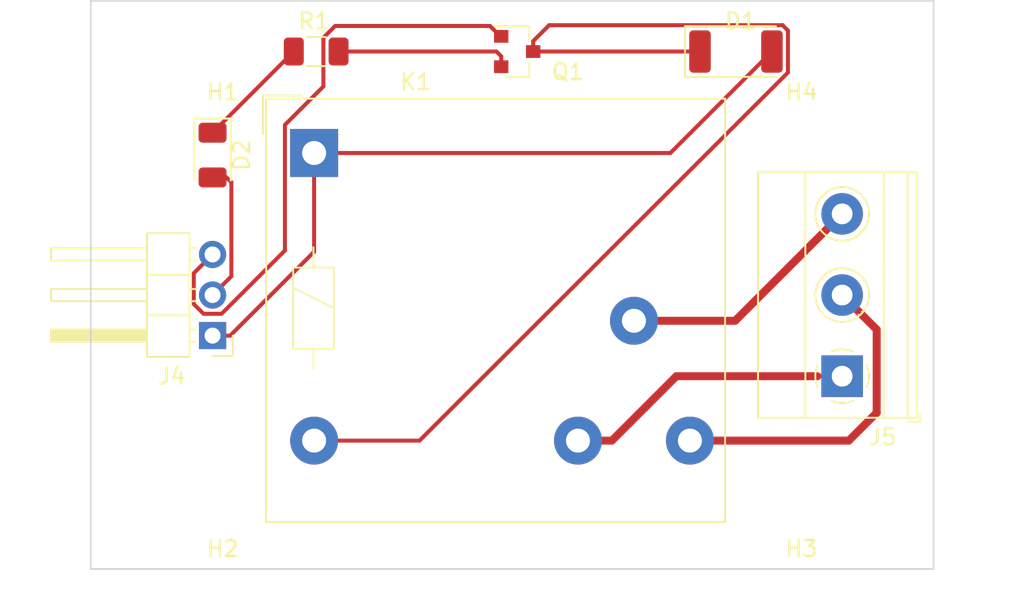
<source format=kicad_pcb>
(kicad_pcb (version 20171130) (host pcbnew 5.1.5+dfsg1-2build2)

  (general
    (thickness 1.6)
    (drawings 4)
    (tracks 45)
    (zones 0)
    (modules 11)
    (nets 10)
  )

  (page A4)
  (layers
    (0 F.Cu signal)
    (31 B.Cu signal)
    (32 B.Adhes user)
    (33 F.Adhes user)
    (34 B.Paste user)
    (35 F.Paste user)
    (36 B.SilkS user)
    (37 F.SilkS user)
    (38 B.Mask user)
    (39 F.Mask user)
    (40 Dwgs.User user)
    (41 Cmts.User user)
    (42 Eco1.User user)
    (43 Eco2.User user)
    (44 Edge.Cuts user)
    (45 Margin user)
    (46 B.CrtYd user)
    (47 F.CrtYd user)
    (48 B.Fab user)
    (49 F.Fab user)
  )

  (setup
    (last_trace_width 0.25)
    (trace_clearance 0.2)
    (zone_clearance 0.508)
    (zone_45_only no)
    (trace_min 0.2)
    (via_size 0.8)
    (via_drill 0.4)
    (via_min_size 0.4)
    (via_min_drill 0.3)
    (uvia_size 0.3)
    (uvia_drill 0.1)
    (uvias_allowed no)
    (uvia_min_size 0.2)
    (uvia_min_drill 0.1)
    (edge_width 0.1)
    (segment_width 0.2)
    (pcb_text_width 0.3)
    (pcb_text_size 1.5 1.5)
    (mod_edge_width 0.15)
    (mod_text_size 1 1)
    (mod_text_width 0.15)
    (pad_size 1.524 1.524)
    (pad_drill 0.762)
    (pad_to_mask_clearance 0)
    (aux_axis_origin 0 0)
    (visible_elements FFFFFF7F)
    (pcbplotparams
      (layerselection 0x010fc_ffffffff)
      (usegerberextensions false)
      (usegerberattributes false)
      (usegerberadvancedattributes false)
      (creategerberjobfile false)
      (excludeedgelayer true)
      (linewidth 0.100000)
      (plotframeref false)
      (viasonmask false)
      (mode 1)
      (useauxorigin false)
      (hpglpennumber 1)
      (hpglpenspeed 20)
      (hpglpendiameter 15.000000)
      (psnegative false)
      (psa4output false)
      (plotreference true)
      (plotvalue true)
      (plotinvisibletext false)
      (padsonsilk false)
      (subtractmaskfromsilk false)
      (outputformat 1)
      (mirror false)
      (drillshape 1)
      (scaleselection 1)
      (outputdirectory ""))
  )

  (net 0 "")
  (net 1 "Net-(D1-Pad2)")
  (net 2 "Net-(D1-Pad1)")
  (net 3 "Net-(D2-Pad2)")
  (net 4 "Net-(D2-Pad1)")
  (net 5 "Net-(J4-Pad3)")
  (net 6 "Net-(J5-Pad3)")
  (net 7 "Net-(J5-Pad2)")
  (net 8 "Net-(J5-Pad1)")
  (net 9 "Net-(Q1-Pad2)")

  (net_class Default "This is the default net class."
    (clearance 0.2)
    (trace_width 0.25)
    (via_dia 0.8)
    (via_drill 0.4)
    (uvia_dia 0.3)
    (uvia_drill 0.1)
    (add_net "Net-(D1-Pad1)")
    (add_net "Net-(D1-Pad2)")
    (add_net "Net-(D2-Pad1)")
    (add_net "Net-(D2-Pad2)")
    (add_net "Net-(J4-Pad3)")
    (add_net "Net-(Q1-Pad2)")
  )

  (net_class Power ""
    (clearance 0.4)
    (trace_width 0.5)
    (via_dia 1.6)
    (via_drill 0.8)
    (uvia_dia 0.6)
    (uvia_drill 0.2)
    (diff_pair_width 0.4)
    (diff_pair_gap 0.5)
    (add_net "Net-(J5-Pad1)")
    (add_net "Net-(J5-Pad2)")
    (add_net "Net-(J5-Pad3)")
  )

  (module MountingHole:MountingHole_3.2mm_M3 (layer F.Cu) (tedit 56D1B4CB) (tstamp 62D500CE)
    (at 125.095 99.695)
    (descr "Mounting Hole 3.2mm, no annular, M3")
    (tags "mounting hole 3.2mm no annular m3")
    (attr virtual)
    (fp_text reference H2 (at 4.445 2.54) (layer F.SilkS)
      (effects (font (size 1 1) (thickness 0.15)))
    )
    (fp_text value MountingHole_3.2mm_M3 (at 0 5.715) (layer F.Fab)
      (effects (font (size 1 1) (thickness 0.15)))
    )
    (fp_text user %R (at 0.3 0) (layer F.Fab)
      (effects (font (size 1 1) (thickness 0.15)))
    )
    (fp_circle (center 0 0) (end 3.2 0) (layer Cmts.User) (width 0.15))
    (fp_circle (center 0 0) (end 3.45 0) (layer F.CrtYd) (width 0.05))
    (pad 1 np_thru_hole circle (at 0 0) (size 3.2 3.2) (drill 3.2) (layers *.Cu *.Mask))
  )

  (module MountingHole:MountingHole_3.2mm_M3 (layer F.Cu) (tedit 56D1B4CB) (tstamp 62D50CFA)
    (at 170.18 99.695)
    (descr "Mounting Hole 3.2mm, no annular, M3")
    (tags "mounting hole 3.2mm no annular m3")
    (attr virtual)
    (fp_text reference H3 (at -4.445 2.54) (layer F.SilkS)
      (effects (font (size 1 1) (thickness 0.15)))
    )
    (fp_text value MountingHole_3.2mm_M3 (at 0 5.715) (layer F.Fab)
      (effects (font (size 1 1) (thickness 0.15)))
    )
    (fp_circle (center 0 0) (end 3.45 0) (layer F.CrtYd) (width 0.05))
    (fp_circle (center 0 0) (end 3.2 0) (layer Cmts.User) (width 0.15))
    (fp_text user %R (at 0.3 0) (layer F.Fab)
      (effects (font (size 1 1) (thickness 0.15)))
    )
    (pad 1 np_thru_hole circle (at 0 0) (size 3.2 3.2) (drill 3.2) (layers *.Cu *.Mask))
  )

  (module MountingHole:MountingHole_3.2mm_M3 (layer F.Cu) (tedit 56D1B4CB) (tstamp 62D500B2)
    (at 125.095 71.755)
    (descr "Mounting Hole 3.2mm, no annular, M3")
    (tags "mounting hole 3.2mm no annular m3")
    (attr virtual)
    (fp_text reference H1 (at 4.445 1.905) (layer F.SilkS)
      (effects (font (size 1 1) (thickness 0.15)))
    )
    (fp_text value MountingHole_3.2mm_M3 (at 0 4.445) (layer F.Fab)
      (effects (font (size 1 1) (thickness 0.15)))
    )
    (fp_text user %R (at 0.3 0) (layer F.Fab)
      (effects (font (size 1 1) (thickness 0.15)))
    )
    (fp_circle (center 0 0) (end 3.2 0) (layer Cmts.User) (width 0.15))
    (fp_circle (center 0 0) (end 3.45 0) (layer F.CrtYd) (width 0.05))
    (pad 1 np_thru_hole circle (at 0 0) (size 3.2 3.2) (drill 3.2) (layers *.Cu *.Mask))
  )

  (module MountingHole:MountingHole_3.2mm_M3 (layer F.Cu) (tedit 56D1B4CB) (tstamp 62D500A1)
    (at 170.18 71.755)
    (descr "Mounting Hole 3.2mm, no annular, M3")
    (tags "mounting hole 3.2mm no annular m3")
    (attr virtual)
    (fp_text reference H4 (at -4.445 1.905) (layer F.SilkS)
      (effects (font (size 1 1) (thickness 0.15)))
    )
    (fp_text value MountingHole_3.2mm_M3 (at 0 5.08) (layer F.Fab)
      (effects (font (size 1 1) (thickness 0.15)))
    )
    (fp_circle (center 0 0) (end 3.45 0) (layer F.CrtYd) (width 0.05))
    (fp_circle (center 0 0) (end 3.2 0) (layer Cmts.User) (width 0.15))
    (fp_text user %R (at 0.3 0) (layer F.Fab)
      (effects (font (size 1 1) (thickness 0.15)))
    )
    (pad 1 np_thru_hole circle (at 0 0) (size 3.2 3.2) (drill 3.2) (layers *.Cu *.Mask))
  )

  (module TerminalBlock_Phoenix:TerminalBlock_Phoenix_MKDS-1,5-3-5.08_1x03_P5.08mm_Horizontal (layer F.Cu) (tedit 5B294EBC) (tstamp 62D4DAF5)
    (at 168.275 91.44 90)
    (descr "Terminal Block Phoenix MKDS-1,5-3-5.08, 3 pins, pitch 5.08mm, size 15.2x9.8mm^2, drill diamater 1.3mm, pad diameter 2.6mm, see http://www.farnell.com/datasheets/100425.pdf, script-generated using https://github.com/pointhi/kicad-footprint-generator/scripts/TerminalBlock_Phoenix")
    (tags "THT Terminal Block Phoenix MKDS-1,5-3-5.08 pitch 5.08mm size 15.2x9.8mm^2 drill 1.3mm pad 2.6mm")
    (path /62D55F5B)
    (fp_text reference J5 (at -3.81 2.54 180) (layer F.SilkS)
      (effects (font (size 1 1) (thickness 0.15)))
    )
    (fp_text value Screw_Terminal_01x03 (at 5.08 6.985 90) (layer F.Fab)
      (effects (font (size 1 1) (thickness 0.15)))
    )
    (fp_text user %R (at 5 -2 90) (layer F.Fab)
      (effects (font (size 1 1) (thickness 0.15)))
    )
    (fp_line (start 13.21 -5.71) (end -3.04 -5.71) (layer F.CrtYd) (width 0.05))
    (fp_line (start 13.21 5.1) (end 13.21 -5.71) (layer F.CrtYd) (width 0.05))
    (fp_line (start -3.04 5.1) (end 13.21 5.1) (layer F.CrtYd) (width 0.05))
    (fp_line (start -3.04 -5.71) (end -3.04 5.1) (layer F.CrtYd) (width 0.05))
    (fp_line (start -2.84 4.9) (end -2.34 4.9) (layer F.SilkS) (width 0.12))
    (fp_line (start -2.84 4.16) (end -2.84 4.9) (layer F.SilkS) (width 0.12))
    (fp_line (start 8.933 1.023) (end 8.886 1.069) (layer F.SilkS) (width 0.12))
    (fp_line (start 11.23 -1.275) (end 11.195 -1.239) (layer F.SilkS) (width 0.12))
    (fp_line (start 9.126 1.239) (end 9.091 1.274) (layer F.SilkS) (width 0.12))
    (fp_line (start 11.435 -1.069) (end 11.388 -1.023) (layer F.SilkS) (width 0.12))
    (fp_line (start 11.115 -1.138) (end 9.023 0.955) (layer F.Fab) (width 0.1))
    (fp_line (start 11.298 -0.955) (end 9.206 1.138) (layer F.Fab) (width 0.1))
    (fp_line (start 3.853 1.023) (end 3.806 1.069) (layer F.SilkS) (width 0.12))
    (fp_line (start 6.15 -1.275) (end 6.115 -1.239) (layer F.SilkS) (width 0.12))
    (fp_line (start 4.046 1.239) (end 4.011 1.274) (layer F.SilkS) (width 0.12))
    (fp_line (start 6.355 -1.069) (end 6.308 -1.023) (layer F.SilkS) (width 0.12))
    (fp_line (start 6.035 -1.138) (end 3.943 0.955) (layer F.Fab) (width 0.1))
    (fp_line (start 6.218 -0.955) (end 4.126 1.138) (layer F.Fab) (width 0.1))
    (fp_line (start 0.955 -1.138) (end -1.138 0.955) (layer F.Fab) (width 0.1))
    (fp_line (start 1.138 -0.955) (end -0.955 1.138) (layer F.Fab) (width 0.1))
    (fp_line (start 12.76 -5.261) (end 12.76 4.66) (layer F.SilkS) (width 0.12))
    (fp_line (start -2.6 -5.261) (end -2.6 4.66) (layer F.SilkS) (width 0.12))
    (fp_line (start -2.6 4.66) (end 12.76 4.66) (layer F.SilkS) (width 0.12))
    (fp_line (start -2.6 -5.261) (end 12.76 -5.261) (layer F.SilkS) (width 0.12))
    (fp_line (start -2.6 -2.301) (end 12.76 -2.301) (layer F.SilkS) (width 0.12))
    (fp_line (start -2.54 -2.3) (end 12.7 -2.3) (layer F.Fab) (width 0.1))
    (fp_line (start -2.6 2.6) (end 12.76 2.6) (layer F.SilkS) (width 0.12))
    (fp_line (start -2.54 2.6) (end 12.7 2.6) (layer F.Fab) (width 0.1))
    (fp_line (start -2.6 4.1) (end 12.76 4.1) (layer F.SilkS) (width 0.12))
    (fp_line (start -2.54 4.1) (end 12.7 4.1) (layer F.Fab) (width 0.1))
    (fp_line (start -2.54 4.1) (end -2.54 -5.2) (layer F.Fab) (width 0.1))
    (fp_line (start -2.04 4.6) (end -2.54 4.1) (layer F.Fab) (width 0.1))
    (fp_line (start 12.7 4.6) (end -2.04 4.6) (layer F.Fab) (width 0.1))
    (fp_line (start 12.7 -5.2) (end 12.7 4.6) (layer F.Fab) (width 0.1))
    (fp_line (start -2.54 -5.2) (end 12.7 -5.2) (layer F.Fab) (width 0.1))
    (fp_circle (center 10.16 0) (end 11.84 0) (layer F.SilkS) (width 0.12))
    (fp_circle (center 10.16 0) (end 11.66 0) (layer F.Fab) (width 0.1))
    (fp_circle (center 5.08 0) (end 6.76 0) (layer F.SilkS) (width 0.12))
    (fp_circle (center 5.08 0) (end 6.58 0) (layer F.Fab) (width 0.1))
    (fp_circle (center 0 0) (end 1.5 0) (layer F.Fab) (width 0.1))
    (fp_arc (start 0 0) (end -0.684 1.535) (angle -25) (layer F.SilkS) (width 0.12))
    (fp_arc (start 0 0) (end -1.535 -0.684) (angle -48) (layer F.SilkS) (width 0.12))
    (fp_arc (start 0 0) (end 0.684 -1.535) (angle -48) (layer F.SilkS) (width 0.12))
    (fp_arc (start 0 0) (end 1.535 0.684) (angle -48) (layer F.SilkS) (width 0.12))
    (fp_arc (start 0 0) (end 0 1.68) (angle -24) (layer F.SilkS) (width 0.12))
    (pad 3 thru_hole circle (at 10.16 0 90) (size 2.6 2.6) (drill 1.3) (layers *.Cu *.Mask)
      (net 6 "Net-(J5-Pad3)"))
    (pad 2 thru_hole circle (at 5.08 0 90) (size 2.6 2.6) (drill 1.3) (layers *.Cu *.Mask)
      (net 7 "Net-(J5-Pad2)"))
    (pad 1 thru_hole rect (at 0 0 90) (size 2.6 2.6) (drill 1.3) (layers *.Cu *.Mask)
      (net 8 "Net-(J5-Pad1)"))
    (model ${KISYS3DMOD}/TerminalBlock_Phoenix.3dshapes/TerminalBlock_Phoenix_MKDS-1,5-3-5.08_1x03_P5.08mm_Horizontal.wrl
      (at (xyz 0 0 0))
      (scale (xyz 1 1 1))
      (rotate (xyz 0 0 0))
    )
  )

  (module Package_TO_SOT_SMD:SOT-23 (layer F.Cu) (tedit 5A02FF57) (tstamp 62D4DB28)
    (at 147.955 71.12)
    (descr "SOT-23, Standard")
    (tags SOT-23)
    (path /62DC752B)
    (attr smd)
    (fp_text reference Q1 (at 3.175 1.27) (layer F.SilkS)
      (effects (font (size 1 1) (thickness 0.15)))
    )
    (fp_text value S8050 (at 0 2.5) (layer F.Fab)
      (effects (font (size 1 1) (thickness 0.15)))
    )
    (fp_line (start 0.76 1.58) (end -0.7 1.58) (layer F.SilkS) (width 0.12))
    (fp_line (start 0.76 -1.58) (end -1.4 -1.58) (layer F.SilkS) (width 0.12))
    (fp_line (start -1.7 1.75) (end -1.7 -1.75) (layer F.CrtYd) (width 0.05))
    (fp_line (start 1.7 1.75) (end -1.7 1.75) (layer F.CrtYd) (width 0.05))
    (fp_line (start 1.7 -1.75) (end 1.7 1.75) (layer F.CrtYd) (width 0.05))
    (fp_line (start -1.7 -1.75) (end 1.7 -1.75) (layer F.CrtYd) (width 0.05))
    (fp_line (start 0.76 -1.58) (end 0.76 -0.65) (layer F.SilkS) (width 0.12))
    (fp_line (start 0.76 1.58) (end 0.76 0.65) (layer F.SilkS) (width 0.12))
    (fp_line (start -0.7 1.52) (end 0.7 1.52) (layer F.Fab) (width 0.1))
    (fp_line (start 0.7 -1.52) (end 0.7 1.52) (layer F.Fab) (width 0.1))
    (fp_line (start -0.7 -0.95) (end -0.15 -1.52) (layer F.Fab) (width 0.1))
    (fp_line (start -0.15 -1.52) (end 0.7 -1.52) (layer F.Fab) (width 0.1))
    (fp_line (start -0.7 -0.95) (end -0.7 1.5) (layer F.Fab) (width 0.1))
    (fp_text user %R (at 0 0 90) (layer F.Fab)
      (effects (font (size 0.5 0.5) (thickness 0.075)))
    )
    (pad 3 smd rect (at 1 0) (size 0.9 0.8) (layers F.Cu F.Paste F.Mask)
      (net 2 "Net-(D1-Pad1)"))
    (pad 2 smd rect (at -1 0.95) (size 0.9 0.8) (layers F.Cu F.Paste F.Mask)
      (net 9 "Net-(Q1-Pad2)"))
    (pad 1 smd rect (at -1 -0.95) (size 0.9 0.8) (layers F.Cu F.Paste F.Mask)
      (net 5 "Net-(J4-Pad3)"))
    (model ${KISYS3DMOD}/Package_TO_SOT_SMD.3dshapes/SOT-23.wrl
      (at (xyz 0 0 0))
      (scale (xyz 1 1 1))
      (rotate (xyz 0 0 0))
    )
  )

  (module Resistor_SMD:R_1206_3216Metric (layer F.Cu) (tedit 5B301BBD) (tstamp 62D4FA7D)
    (at 135.385 71.12)
    (descr "Resistor SMD 1206 (3216 Metric), square (rectangular) end terminal, IPC_7351 nominal, (Body size source: http://www.tortai-tech.com/upload/download/2011102023233369053.pdf), generated with kicad-footprint-generator")
    (tags resistor)
    (path /62D69782)
    (attr smd)
    (fp_text reference R1 (at -0.13 -1.905) (layer F.SilkS)
      (effects (font (size 1 1) (thickness 0.15)))
    )
    (fp_text value "R 152" (at 0 1.82) (layer F.Fab)
      (effects (font (size 1 1) (thickness 0.15)))
    )
    (fp_text user %R (at 0 0) (layer F.Fab)
      (effects (font (size 0.8 0.8) (thickness 0.12)))
    )
    (fp_line (start 2.28 1.12) (end -2.28 1.12) (layer F.CrtYd) (width 0.05))
    (fp_line (start 2.28 -1.12) (end 2.28 1.12) (layer F.CrtYd) (width 0.05))
    (fp_line (start -2.28 -1.12) (end 2.28 -1.12) (layer F.CrtYd) (width 0.05))
    (fp_line (start -2.28 1.12) (end -2.28 -1.12) (layer F.CrtYd) (width 0.05))
    (fp_line (start -0.602064 0.91) (end 0.602064 0.91) (layer F.SilkS) (width 0.12))
    (fp_line (start -0.602064 -0.91) (end 0.602064 -0.91) (layer F.SilkS) (width 0.12))
    (fp_line (start 1.6 0.8) (end -1.6 0.8) (layer F.Fab) (width 0.1))
    (fp_line (start 1.6 -0.8) (end 1.6 0.8) (layer F.Fab) (width 0.1))
    (fp_line (start -1.6 -0.8) (end 1.6 -0.8) (layer F.Fab) (width 0.1))
    (fp_line (start -1.6 0.8) (end -1.6 -0.8) (layer F.Fab) (width 0.1))
    (pad 2 smd roundrect (at 1.4 0) (size 1.25 1.75) (layers F.Cu F.Paste F.Mask) (roundrect_rratio 0.2)
      (net 9 "Net-(Q1-Pad2)"))
    (pad 1 smd roundrect (at -1.4 0) (size 1.25 1.75) (layers F.Cu F.Paste F.Mask) (roundrect_rratio 0.2)
      (net 4 "Net-(D2-Pad1)"))
    (model ${KISYS3DMOD}/Resistor_SMD.3dshapes/R_1206_3216Metric.wrl
      (at (xyz 0 0 0))
      (scale (xyz 1 1 1))
      (rotate (xyz 0 0 0))
    )
  )

  (module Relay_THT:Relay_SPDT_Finder_40.11 (layer F.Cu) (tedit 5A6364EC) (tstamp 62D4DB16)
    (at 135.255 77.47)
    (descr "Relay SPDT Finder 40.11, https://www.finder-relais.net/de/finder-relais-serie-40.pdf")
    (tags "Relay SPDT Finder 40.11 ")
    (path /62D66438)
    (fp_text reference K1 (at 6.35 -4.445) (layer F.SilkS)
      (effects (font (size 1 1) (thickness 0.15)))
    )
    (fp_text value FINDER-40.11 (at 11.7 24.1) (layer F.Fab)
      (effects (font (size 1 1) (thickness 0.15)))
    )
    (fp_line (start 25.85 23.25) (end -3.15 23.25) (layer F.CrtYd) (width 0.05))
    (fp_line (start 25.85 23.25) (end 25.85 -3.55) (layer F.CrtYd) (width 0.05))
    (fp_line (start -3.15 -3.55) (end -3.15 23.25) (layer F.CrtYd) (width 0.05))
    (fp_line (start -3.15 -3.55) (end 25.85 -3.55) (layer F.CrtYd) (width 0.05))
    (fp_line (start -1.31 7.17) (end -0.04 7.17) (layer F.SilkS) (width 0.12))
    (fp_line (start -1.31 12.25) (end -1.31 7.17) (layer F.SilkS) (width 0.12))
    (fp_line (start 1.23 12.25) (end -1.31 12.25) (layer F.SilkS) (width 0.12))
    (fp_line (start 1.23 7.17) (end 1.23 12.25) (layer F.SilkS) (width 0.12))
    (fp_line (start -0.04 7.17) (end 1.23 7.17) (layer F.SilkS) (width 0.12))
    (fp_line (start -0.04 5.9) (end -0.04 7.17) (layer F.SilkS) (width 0.12))
    (fp_line (start -0.04 12.25) (end -0.04 13.52) (layer F.SilkS) (width 0.12))
    (fp_line (start -1.31 8.44) (end 1.23 9.71) (layer F.SilkS) (width 0.12))
    (fp_line (start -2.9 -2.2) (end -2.9 23) (layer F.Fab) (width 0.12))
    (fp_line (start 25.6 -3.3) (end -1.9 -3.3) (layer F.Fab) (width 0.12))
    (fp_line (start -1.9 -3.3) (end -2.9 -2.2) (layer F.Fab) (width 0.12))
    (fp_line (start -3 -3.4) (end 25.7 -3.4) (layer F.SilkS) (width 0.12))
    (fp_line (start -3 23.1) (end -3 -3.4) (layer F.SilkS) (width 0.12))
    (fp_line (start -0.8 -3.6) (end -3.2 -3.6) (layer F.SilkS) (width 0.12))
    (fp_line (start -3.2 -1.2) (end -3.2 -3.6) (layer F.SilkS) (width 0.12))
    (fp_line (start -2.9 23) (end 25.6 23) (layer F.Fab) (width 0.12))
    (fp_line (start 25.6 23) (end 25.6 -3.3) (layer F.Fab) (width 0.12))
    (fp_line (start -3 23.1) (end 25.7 23.1) (layer F.SilkS) (width 0.12))
    (fp_line (start 25.7 23.1) (end 25.7 -3.4) (layer F.SilkS) (width 0.12))
    (fp_text user %R (at 10.7 10.6) (layer F.Fab)
      (effects (font (size 1 1) (thickness 0.15)))
    )
    (pad 12 thru_hole circle (at 16.5 18) (size 3 3) (drill 1.5) (layers *.Cu *.Mask)
      (net 8 "Net-(J5-Pad1)"))
    (pad 14 thru_hole circle (at 23.5 18) (size 3 3) (drill 1.5) (layers *.Cu *.Mask)
      (net 7 "Net-(J5-Pad2)"))
    (pad 11 thru_hole circle (at 20 10.5) (size 3 3) (drill 1.5) (layers *.Cu *.Mask)
      (net 6 "Net-(J5-Pad3)"))
    (pad A2 thru_hole circle (at 0 18) (size 3 3) (drill 1.5) (layers *.Cu *.Mask)
      (net 2 "Net-(D1-Pad1)"))
    (pad A1 thru_hole rect (at 0 0) (size 3 3) (drill 1.5) (layers *.Cu *.Mask)
      (net 1 "Net-(D1-Pad2)"))
    (model ${KISYS3DMOD}/Relay_THT.3dshapes/Relay_SPDT_Finder_40.11.wrl
      (at (xyz 0 0 0))
      (scale (xyz 1 1 1))
      (rotate (xyz 0 0 0))
    )
  )

  (module Connector_PinHeader_2.54mm:PinHeader_1x03_P2.54mm_Horizontal (layer F.Cu) (tedit 59FED5CB) (tstamp 62D4A97C)
    (at 128.905 88.9 180)
    (descr "Through hole angled pin header, 1x03, 2.54mm pitch, 6mm pin length, single row")
    (tags "Through hole angled pin header THT 1x03 2.54mm single row")
    (path /62D53D5C)
    (fp_text reference J4 (at 2.54 -2.54) (layer F.SilkS)
      (effects (font (size 1 1) (thickness 0.15)))
    )
    (fp_text value Conn_01x03_Male (at 4.385 7.35) (layer F.Fab)
      (effects (font (size 1 1) (thickness 0.15)))
    )
    (fp_text user %R (at 2.77 2.54 90) (layer F.Fab)
      (effects (font (size 1 1) (thickness 0.15)))
    )
    (fp_line (start 10.55 -1.8) (end -1.8 -1.8) (layer F.CrtYd) (width 0.05))
    (fp_line (start 10.55 6.85) (end 10.55 -1.8) (layer F.CrtYd) (width 0.05))
    (fp_line (start -1.8 6.85) (end 10.55 6.85) (layer F.CrtYd) (width 0.05))
    (fp_line (start -1.8 -1.8) (end -1.8 6.85) (layer F.CrtYd) (width 0.05))
    (fp_line (start -1.27 -1.27) (end 0 -1.27) (layer F.SilkS) (width 0.12))
    (fp_line (start -1.27 0) (end -1.27 -1.27) (layer F.SilkS) (width 0.12))
    (fp_line (start 1.042929 5.46) (end 1.44 5.46) (layer F.SilkS) (width 0.12))
    (fp_line (start 1.042929 4.7) (end 1.44 4.7) (layer F.SilkS) (width 0.12))
    (fp_line (start 10.1 5.46) (end 4.1 5.46) (layer F.SilkS) (width 0.12))
    (fp_line (start 10.1 4.7) (end 10.1 5.46) (layer F.SilkS) (width 0.12))
    (fp_line (start 4.1 4.7) (end 10.1 4.7) (layer F.SilkS) (width 0.12))
    (fp_line (start 1.44 3.81) (end 4.1 3.81) (layer F.SilkS) (width 0.12))
    (fp_line (start 1.042929 2.92) (end 1.44 2.92) (layer F.SilkS) (width 0.12))
    (fp_line (start 1.042929 2.16) (end 1.44 2.16) (layer F.SilkS) (width 0.12))
    (fp_line (start 10.1 2.92) (end 4.1 2.92) (layer F.SilkS) (width 0.12))
    (fp_line (start 10.1 2.16) (end 10.1 2.92) (layer F.SilkS) (width 0.12))
    (fp_line (start 4.1 2.16) (end 10.1 2.16) (layer F.SilkS) (width 0.12))
    (fp_line (start 1.44 1.27) (end 4.1 1.27) (layer F.SilkS) (width 0.12))
    (fp_line (start 1.11 0.38) (end 1.44 0.38) (layer F.SilkS) (width 0.12))
    (fp_line (start 1.11 -0.38) (end 1.44 -0.38) (layer F.SilkS) (width 0.12))
    (fp_line (start 4.1 0.28) (end 10.1 0.28) (layer F.SilkS) (width 0.12))
    (fp_line (start 4.1 0.16) (end 10.1 0.16) (layer F.SilkS) (width 0.12))
    (fp_line (start 4.1 0.04) (end 10.1 0.04) (layer F.SilkS) (width 0.12))
    (fp_line (start 4.1 -0.08) (end 10.1 -0.08) (layer F.SilkS) (width 0.12))
    (fp_line (start 4.1 -0.2) (end 10.1 -0.2) (layer F.SilkS) (width 0.12))
    (fp_line (start 4.1 -0.32) (end 10.1 -0.32) (layer F.SilkS) (width 0.12))
    (fp_line (start 10.1 0.38) (end 4.1 0.38) (layer F.SilkS) (width 0.12))
    (fp_line (start 10.1 -0.38) (end 10.1 0.38) (layer F.SilkS) (width 0.12))
    (fp_line (start 4.1 -0.38) (end 10.1 -0.38) (layer F.SilkS) (width 0.12))
    (fp_line (start 4.1 -1.33) (end 1.44 -1.33) (layer F.SilkS) (width 0.12))
    (fp_line (start 4.1 6.41) (end 4.1 -1.33) (layer F.SilkS) (width 0.12))
    (fp_line (start 1.44 6.41) (end 4.1 6.41) (layer F.SilkS) (width 0.12))
    (fp_line (start 1.44 -1.33) (end 1.44 6.41) (layer F.SilkS) (width 0.12))
    (fp_line (start 4.04 5.4) (end 10.04 5.4) (layer F.Fab) (width 0.1))
    (fp_line (start 10.04 4.76) (end 10.04 5.4) (layer F.Fab) (width 0.1))
    (fp_line (start 4.04 4.76) (end 10.04 4.76) (layer F.Fab) (width 0.1))
    (fp_line (start -0.32 5.4) (end 1.5 5.4) (layer F.Fab) (width 0.1))
    (fp_line (start -0.32 4.76) (end -0.32 5.4) (layer F.Fab) (width 0.1))
    (fp_line (start -0.32 4.76) (end 1.5 4.76) (layer F.Fab) (width 0.1))
    (fp_line (start 4.04 2.86) (end 10.04 2.86) (layer F.Fab) (width 0.1))
    (fp_line (start 10.04 2.22) (end 10.04 2.86) (layer F.Fab) (width 0.1))
    (fp_line (start 4.04 2.22) (end 10.04 2.22) (layer F.Fab) (width 0.1))
    (fp_line (start -0.32 2.86) (end 1.5 2.86) (layer F.Fab) (width 0.1))
    (fp_line (start -0.32 2.22) (end -0.32 2.86) (layer F.Fab) (width 0.1))
    (fp_line (start -0.32 2.22) (end 1.5 2.22) (layer F.Fab) (width 0.1))
    (fp_line (start 4.04 0.32) (end 10.04 0.32) (layer F.Fab) (width 0.1))
    (fp_line (start 10.04 -0.32) (end 10.04 0.32) (layer F.Fab) (width 0.1))
    (fp_line (start 4.04 -0.32) (end 10.04 -0.32) (layer F.Fab) (width 0.1))
    (fp_line (start -0.32 0.32) (end 1.5 0.32) (layer F.Fab) (width 0.1))
    (fp_line (start -0.32 -0.32) (end -0.32 0.32) (layer F.Fab) (width 0.1))
    (fp_line (start -0.32 -0.32) (end 1.5 -0.32) (layer F.Fab) (width 0.1))
    (fp_line (start 1.5 -0.635) (end 2.135 -1.27) (layer F.Fab) (width 0.1))
    (fp_line (start 1.5 6.35) (end 1.5 -0.635) (layer F.Fab) (width 0.1))
    (fp_line (start 4.04 6.35) (end 1.5 6.35) (layer F.Fab) (width 0.1))
    (fp_line (start 4.04 -1.27) (end 4.04 6.35) (layer F.Fab) (width 0.1))
    (fp_line (start 2.135 -1.27) (end 4.04 -1.27) (layer F.Fab) (width 0.1))
    (pad 3 thru_hole oval (at 0 5.08 180) (size 1.7 1.7) (drill 1) (layers *.Cu *.Mask)
      (net 5 "Net-(J4-Pad3)"))
    (pad 2 thru_hole oval (at 0 2.54 180) (size 1.7 1.7) (drill 1) (layers *.Cu *.Mask)
      (net 3 "Net-(D2-Pad2)"))
    (pad 1 thru_hole rect (at 0 0 180) (size 1.7 1.7) (drill 1) (layers *.Cu *.Mask)
      (net 1 "Net-(D1-Pad2)"))
    (model ${KISYS3DMOD}/Connector_PinHeader_2.54mm.3dshapes/PinHeader_1x03_P2.54mm_Horizontal.wrl
      (at (xyz 0 0 0))
      (scale (xyz 1 1 1))
      (rotate (xyz 0 0 0))
    )
  )

  (module LED_SMD:LED_1206_3216Metric (layer F.Cu) (tedit 5B301BBE) (tstamp 62D4FB6A)
    (at 128.905 77.6 270)
    (descr "LED SMD 1206 (3216 Metric), square (rectangular) end terminal, IPC_7351 nominal, (Body size source: http://www.tortai-tech.com/upload/download/2011102023233369053.pdf), generated with kicad-footprint-generator")
    (tags diode)
    (path /62DD0A43)
    (attr smd)
    (fp_text reference D2 (at 0 -1.82 90) (layer F.SilkS)
      (effects (font (size 1 1) (thickness 0.15)))
    )
    (fp_text value LED (at 0 1.82 90) (layer F.Fab)
      (effects (font (size 1 1) (thickness 0.15)))
    )
    (fp_text user %R (at 0 0 90) (layer F.Fab)
      (effects (font (size 0.8 0.8) (thickness 0.12)))
    )
    (fp_line (start 2.28 1.12) (end -2.28 1.12) (layer F.CrtYd) (width 0.05))
    (fp_line (start 2.28 -1.12) (end 2.28 1.12) (layer F.CrtYd) (width 0.05))
    (fp_line (start -2.28 -1.12) (end 2.28 -1.12) (layer F.CrtYd) (width 0.05))
    (fp_line (start -2.28 1.12) (end -2.28 -1.12) (layer F.CrtYd) (width 0.05))
    (fp_line (start -2.285 1.135) (end 1.6 1.135) (layer F.SilkS) (width 0.12))
    (fp_line (start -2.285 -1.135) (end -2.285 1.135) (layer F.SilkS) (width 0.12))
    (fp_line (start 1.6 -1.135) (end -2.285 -1.135) (layer F.SilkS) (width 0.12))
    (fp_line (start 1.6 0.8) (end 1.6 -0.8) (layer F.Fab) (width 0.1))
    (fp_line (start -1.6 0.8) (end 1.6 0.8) (layer F.Fab) (width 0.1))
    (fp_line (start -1.6 -0.4) (end -1.6 0.8) (layer F.Fab) (width 0.1))
    (fp_line (start -1.2 -0.8) (end -1.6 -0.4) (layer F.Fab) (width 0.1))
    (fp_line (start 1.6 -0.8) (end -1.2 -0.8) (layer F.Fab) (width 0.1))
    (pad 2 smd roundrect (at 1.4 0 270) (size 1.25 1.75) (layers F.Cu F.Paste F.Mask) (roundrect_rratio 0.2)
      (net 3 "Net-(D2-Pad2)"))
    (pad 1 smd roundrect (at -1.4 0 270) (size 1.25 1.75) (layers F.Cu F.Paste F.Mask) (roundrect_rratio 0.2)
      (net 4 "Net-(D2-Pad1)"))
    (model ${KISYS3DMOD}/LED_SMD.3dshapes/LED_1206_3216Metric.wrl
      (at (xyz 0 0 0))
      (scale (xyz 1 1 1))
      (rotate (xyz 0 0 0))
    )
  )

  (module Diode_SMD:D_2010_5025Metric (layer F.Cu) (tedit 5B301BBE) (tstamp 62D4F9B4)
    (at 161.635 71.12)
    (descr "Diode SMD 2010 (5025 Metric), square (rectangular) end terminal, IPC_7351 nominal, (Body size source: http://www.tortai-tech.com/upload/download/2011102023233369053.pdf), generated with kicad-footprint-generator")
    (tags diode)
    (path /62D6BFF6)
    (attr smd)
    (fp_text reference D1 (at 0.29 -1.905) (layer F.SilkS)
      (effects (font (size 1 1) (thickness 0.15)))
    )
    (fp_text value DIODE (at 0 2.28) (layer F.Fab)
      (effects (font (size 1 1) (thickness 0.15)))
    )
    (fp_text user %R (at 0 0) (layer F.Fab)
      (effects (font (size 1 1) (thickness 0.15)))
    )
    (fp_line (start 3.18 1.58) (end -3.18 1.58) (layer F.CrtYd) (width 0.05))
    (fp_line (start 3.18 -1.58) (end 3.18 1.58) (layer F.CrtYd) (width 0.05))
    (fp_line (start -3.18 -1.58) (end 3.18 -1.58) (layer F.CrtYd) (width 0.05))
    (fp_line (start -3.18 1.58) (end -3.18 -1.58) (layer F.CrtYd) (width 0.05))
    (fp_line (start -3.185 1.585) (end 2.5 1.585) (layer F.SilkS) (width 0.12))
    (fp_line (start -3.185 -1.585) (end -3.185 1.585) (layer F.SilkS) (width 0.12))
    (fp_line (start 2.5 -1.585) (end -3.185 -1.585) (layer F.SilkS) (width 0.12))
    (fp_line (start 2.5 1.25) (end 2.5 -1.25) (layer F.Fab) (width 0.1))
    (fp_line (start -2.5 1.25) (end 2.5 1.25) (layer F.Fab) (width 0.1))
    (fp_line (start -2.5 -0.625) (end -2.5 1.25) (layer F.Fab) (width 0.1))
    (fp_line (start -1.875 -1.25) (end -2.5 -0.625) (layer F.Fab) (width 0.1))
    (fp_line (start 2.5 -1.25) (end -1.875 -1.25) (layer F.Fab) (width 0.1))
    (pad 2 smd roundrect (at 2.25 0) (size 1.35 2.65) (layers F.Cu F.Paste F.Mask) (roundrect_rratio 0.185185)
      (net 1 "Net-(D1-Pad2)"))
    (pad 1 smd roundrect (at -2.25 0) (size 1.35 2.65) (layers F.Cu F.Paste F.Mask) (roundrect_rratio 0.185185)
      (net 2 "Net-(D1-Pad1)"))
    (model ${KISYS3DMOD}/Diode_SMD.3dshapes/D_2010_5025Metric.wrl
      (at (xyz 0 0 0))
      (scale (xyz 1 1 1))
      (rotate (xyz 0 0 0))
    )
  )

  (gr_line (start 121.285 103.505) (end 121.285 67.945) (layer Edge.Cuts) (width 0.1) (tstamp 62D50D17))
  (gr_line (start 173.99 103.505) (end 121.285 103.505) (layer Edge.Cuts) (width 0.1))
  (gr_line (start 173.99 67.945) (end 173.99 103.505) (layer Edge.Cuts) (width 0.1))
  (gr_line (start 121.285 67.945) (end 173.99 67.945) (layer Edge.Cuts) (width 0.1))

  (segment (start 135.255 79.22) (end 135.255 77.47) (width 0.25) (layer F.Cu) (net 1))
  (segment (start 135.255 83.65) (end 135.255 79.22) (width 0.25) (layer F.Cu) (net 1))
  (segment (start 130.005 88.9) (end 135.255 83.65) (width 0.25) (layer F.Cu) (net 1))
  (segment (start 128.905 88.9) (end 130.005 88.9) (width 0.25) (layer F.Cu) (net 1))
  (segment (start 157.535 77.47) (end 163.885 71.12) (width 0.25) (layer F.Cu) (net 1))
  (segment (start 135.255 77.47) (end 157.535 77.47) (width 0.25) (layer F.Cu) (net 1))
  (segment (start 148.955 71.12) (end 159.385 71.12) (width 0.25) (layer F.Cu) (net 2))
  (segment (start 148.955 70.47) (end 148.955 71.12) (width 0.25) (layer F.Cu) (net 2))
  (segment (start 149.95501 69.46999) (end 148.955 70.47) (width 0.25) (layer F.Cu) (net 2))
  (segment (start 164.54818 69.46999) (end 149.95501 69.46999) (width 0.25) (layer F.Cu) (net 2))
  (segment (start 164.88501 69.80682) (end 164.54818 69.46999) (width 0.25) (layer F.Cu) (net 2))
  (segment (start 164.88501 72.43318) (end 164.88501 69.80682) (width 0.25) (layer F.Cu) (net 2))
  (segment (start 141.84819 95.47) (end 164.88501 72.43318) (width 0.25) (layer F.Cu) (net 2))
  (segment (start 135.255 95.47) (end 141.84819 95.47) (width 0.25) (layer F.Cu) (net 2))
  (segment (start 129.78 79) (end 128.905 79) (width 0.25) (layer F.Cu) (net 3))
  (segment (start 130.080001 79.300001) (end 129.78 79) (width 0.25) (layer F.Cu) (net 3))
  (segment (start 130.080001 85.184999) (end 130.080001 79.300001) (width 0.25) (layer F.Cu) (net 3))
  (segment (start 128.905 86.36) (end 130.080001 85.184999) (width 0.25) (layer F.Cu) (net 3))
  (segment (start 128.905 76.2) (end 133.985 71.12) (width 0.25) (layer F.Cu) (net 4))
  (segment (start 136.57181 69.52) (end 146.255 69.52) (width 0.25) (layer F.Cu) (net 5))
  (segment (start 135.83499 73.305008) (end 135.83499 70.25682) (width 0.25) (layer F.Cu) (net 5))
  (segment (start 146.255 69.52) (end 146.905 70.17) (width 0.25) (layer F.Cu) (net 5))
  (segment (start 133.429999 75.709999) (end 135.83499 73.305008) (width 0.25) (layer F.Cu) (net 5))
  (segment (start 146.905 70.17) (end 146.955 70.17) (width 0.25) (layer F.Cu) (net 5))
  (segment (start 135.83499 70.25682) (end 136.57181 69.52) (width 0.25) (layer F.Cu) (net 5))
  (segment (start 133.429999 83.574003) (end 133.429999 75.709999) (width 0.25) (layer F.Cu) (net 5))
  (segment (start 128.340999 87.535001) (end 129.469001 87.535001) (width 0.25) (layer F.Cu) (net 5))
  (segment (start 129.469001 87.535001) (end 133.429999 83.574003) (width 0.25) (layer F.Cu) (net 5))
  (segment (start 127.729999 86.924001) (end 128.340999 87.535001) (width 0.25) (layer F.Cu) (net 5))
  (segment (start 127.729999 84.995001) (end 127.729999 86.924001) (width 0.25) (layer F.Cu) (net 5))
  (segment (start 128.905 83.82) (end 127.729999 84.995001) (width 0.25) (layer F.Cu) (net 5))
  (segment (start 161.585 87.97) (end 168.275 81.28) (width 0.5) (layer F.Cu) (net 6))
  (segment (start 155.255 87.97) (end 161.585 87.97) (width 0.5) (layer F.Cu) (net 6))
  (segment (start 169.574999 87.659999) (end 168.275 86.36) (width 0.5) (layer F.Cu) (net 7))
  (segment (start 170.434 88.519) (end 169.574999 87.659999) (width 0.5) (layer F.Cu) (net 7))
  (segment (start 170.434 93.726) (end 170.434 88.519) (width 0.5) (layer F.Cu) (net 7))
  (segment (start 168.69 95.47) (end 170.434 93.726) (width 0.5) (layer F.Cu) (net 7))
  (segment (start 158.755 95.47) (end 168.69 95.47) (width 0.5) (layer F.Cu) (net 7))
  (segment (start 157.90632 91.44) (end 166.725 91.44) (width 0.5) (layer F.Cu) (net 8))
  (segment (start 153.87632 95.47) (end 157.90632 91.44) (width 0.5) (layer F.Cu) (net 8))
  (segment (start 166.725 91.44) (end 168.275 91.44) (width 0.25) (layer F.Cu) (net 8))
  (segment (start 151.755 95.47) (end 153.87632 95.47) (width 0.5) (layer F.Cu) (net 8))
  (segment (start 146.955 71.42) (end 146.955 72.07) (width 0.25) (layer F.Cu) (net 9))
  (segment (start 146.655 71.12) (end 146.955 71.42) (width 0.25) (layer F.Cu) (net 9))
  (segment (start 136.785 71.12) (end 146.655 71.12) (width 0.25) (layer F.Cu) (net 9))

)

</source>
